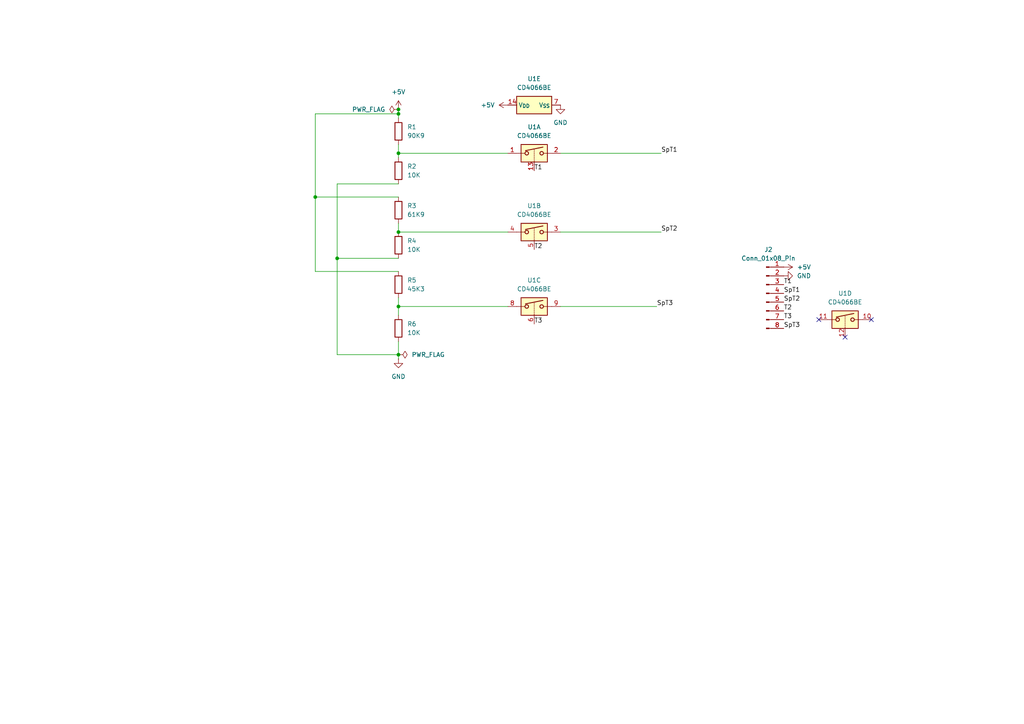
<source format=kicad_sch>
(kicad_sch (version 20250114) (generator "eeschema") (generator_version "9.0")
  (paper "A4")
  (lib_symbols
    (symbol "Analog_Switch:CD4066BE"
      (property "Reference" "U" (at -5.08 3.81 0))
      (property "Value" "CD4066BE" (at 7.62 3.81 0))
      (symbol "CD4066BE_1_1"
        (polyline (pts (xy -5.08 0) (xy -2.794 0)))
        (rectangle (start -3.81 2.54) (end 3.81 -2.54) (stroke (width 0.254)) (fill (type background)))
        (polyline (pts (xy -2.54 0.762) (xy 2.54 1.778)) (stroke (width 0.254)))
        (circle (center -2.159 0) (radius 0.508) (stroke (width 0.254)))
        (polyline (pts (xy 0 0.762) (xy 0 1.016)))
        (polyline (pts (xy 0 0.254) (xy 0 0.508)))
        (polyline (pts (xy 0 -0.254) (xy 0 0)))
        (polyline (pts (xy 0 -0.762) (xy 0 -0.508)))
        (polyline (pts (xy 0 -1.27) (xy 0 -1.016)))
        (polyline (pts (xy 0 -1.778) (xy 0 -1.524)))
        (polyline (pts (xy 0 -2.54) (xy 0 -2.032)))
        (circle (center 2.159 0) (radius 0.508) (stroke (width 0.254)))
        (polyline (pts (xy 5.08 0) (xy 2.794 0)))
        (pin bidirectional line (at -7.62 0 0) (length 2.54) (name "~") (number "1"))
        (pin input line (at 0 -5.08 90) (length 2.54) (name "~") (number "13"))
        (pin bidirectional line (at 7.62 0 180) (length 2.54) (name "~") (number "2"))
      )
      (symbol "CD4066BE_2_1"
        (polyline (pts (xy -5.08 0) (xy -2.794 0)))
        (rectangle (start -3.81 2.54) (end 3.81 -2.54) (stroke (width 0.254)) (fill (type background)))
        (polyline (pts (xy -2.54 0.762) (xy 2.54 1.778)) (stroke (width 0.254)))
        (circle (center -2.159 0) (radius 0.508) (stroke (width 0.254)))
        (polyline (pts (xy 0 0.762) (xy 0 1.016)))
        (polyline (pts (xy 0 0.254) (xy 0 0.508)))
        (polyline (pts (xy 0 -0.254) (xy 0 0)))
        (polyline (pts (xy 0 -0.762) (xy 0 -0.508)))
        (polyline (pts (xy 0 -1.27) (xy 0 -1.016)))
        (polyline (pts (xy 0 -1.778) (xy 0 -1.524)))
        (polyline (pts (xy 0 -2.54) (xy 0 -2.032)))
        (circle (center 2.159 0) (radius 0.508) (stroke (width 0.254)))
        (polyline (pts (xy 5.08 0) (xy 2.794 0)))
        (pin bidirectional line (at -7.62 0 0) (length 2.54) (name "~") (number "4"))
        (pin input line (at 0 -5.08 90) (length 2.54) (name "~") (number "5"))
        (pin bidirectional line (at 7.62 0 180) (length 2.54) (name "~") (number "3"))
      )
      (symbol "CD4066BE_3_1"
        (polyline (pts (xy -5.08 0) (xy -2.794 0)))
        (rectangle (start -3.81 2.54) (end 3.81 -2.54) (stroke (width 0.254)) (fill (type background)))
        (polyline (pts (xy -2.54 0.762) (xy 2.54 1.778)) (stroke (width 0.254)))
        (circle (center -2.159 0) (radius 0.508) (stroke (width 0.254)))
        (polyline (pts (xy 0 0.762) (xy 0 1.016)))
        (polyline (pts (xy 0 0.254) (xy 0 0.508)))
        (polyline (pts (xy 0 -0.254) (xy 0 0)))
        (polyline (pts (xy 0 -0.762) (xy 0 -0.508)))
        (polyline (pts (xy 0 -1.27) (xy 0 -1.016)))
        (polyline (pts (xy 0 -1.778) (xy 0 -1.524)))
        (polyline (pts (xy 0 -2.54) (xy 0 -2.032)))
        (circle (center 2.159 0) (radius 0.508) (stroke (width 0.254)))
        (polyline (pts (xy 5.08 0) (xy 2.794 0)))
        (pin bidirectional line (at -7.62 0 0) (length 2.54) (name "~") (number "8"))
        (pin input line (at 0 -5.08 90) (length 2.54) (name "~") (number "6"))
        (pin bidirectional line (at 7.62 0 180) (length 2.54) (name "~") (number "9"))
      )
      (symbol "CD4066BE_4_1"
        (polyline (pts (xy -5.08 0) (xy -2.794 0)))
        (rectangle (start -3.81 2.54) (end 3.81 -2.54) (stroke (width 0.254)) (fill (type background)))
        (polyline (pts (xy -2.54 0.762) (xy 2.54 1.778)) (stroke (width 0.254)))
        (circle (center -2.159 0) (radius 0.508) (stroke (width 0.254)))
        (polyline (pts (xy 0 0.762) (xy 0 1.016)))
        (polyline (pts (xy 0 0.254) (xy 0 0.508)))
        (polyline (pts (xy 0 -0.254) (xy 0 0)))
        (polyline (pts (xy 0 -0.762) (xy 0 -0.508)))
        (polyline (pts (xy 0 -1.27) (xy 0 -1.016)))
        (polyline (pts (xy 0 -1.778) (xy 0 -1.524)))
        (polyline (pts (xy 0 -2.54) (xy 0 -2.032)))
        (circle (center 2.159 0) (radius 0.508) (stroke (width 0.254)))
        (polyline (pts (xy 5.08 0) (xy 2.794 0)))
        (pin bidirectional line (at -7.62 0 0) (length 2.54) (name "~") (number "11"))
        (pin input line (at 0 -5.08 90) (length 2.54) (name "~") (number "12"))
        (pin bidirectional line (at 7.62 0 180) (length 2.54) (name "~") (number "10"))
      )
      (symbol "CD4066BE_5_1"
        (rectangle (start -2.54 5.08) (end 2.54 -5.08) (stroke (width 0.254)) (fill (type background)))
        (pin power_in line (at 0 7.62 270) (length 2.54) (name "V_{DD}") (number "14"))
        (pin power_in line (at 0 -7.62 90) (length 2.54) (name "V_{SS}") (number "7"))
      )
    )
    (symbol "Connector:Conn_01x08_Pin" (pin_names (offset 1.016) (hide yes))
      (property "Reference" "J" (at 0 10.16 0))
      (property "Value" "Conn_01x08_Pin" (at 0 -12.7 0))
      (symbol "Conn_01x08_Pin_1_1"
        (rectangle (start 0.8636 7.747) (end 0 7.493) (stroke (width 0.1524)) (fill (type outline)))
        (rectangle (start 0.8636 5.207) (end 0 4.953) (stroke (width 0.1524)) (fill (type outline)))
        (rectangle (start 0.8636 2.667) (end 0 2.413) (stroke (width 0.1524)) (fill (type outline)))
        (rectangle (start 0.8636 0.127) (end 0 -0.127) (stroke (width 0.1524)) (fill (type outline)))
        (rectangle (start 0.8636 -2.413) (end 0 -2.667) (stroke (width 0.1524)) (fill (type outline)))
        (rectangle (start 0.8636 -4.953) (end 0 -5.207) (stroke (width 0.1524)) (fill (type outline)))
        (rectangle (start 0.8636 -7.493) (end 0 -7.747) (stroke (width 0.1524)) (fill (type outline)))
        (rectangle (start 0.8636 -10.033) (end 0 -10.287) (stroke (width 0.1524)) (fill (type outline)))
        (polyline (pts (xy 1.27 7.62) (xy 0.8636 7.62)) (stroke (width 0.1524)))
        (polyline (pts (xy 1.27 5.08) (xy 0.8636 5.08)) (stroke (width 0.1524)))
        (polyline (pts (xy 1.27 2.54) (xy 0.8636 2.54)) (stroke (width 0.1524)))
        (polyline (pts (xy 1.27 0) (xy 0.8636 0)) (stroke (width 0.1524)))
        (polyline (pts (xy 1.27 -2.54) (xy 0.8636 -2.54)) (stroke (width 0.1524)))
        (polyline (pts (xy 1.27 -5.08) (xy 0.8636 -5.08)) (stroke (width 0.1524)))
        (polyline (pts (xy 1.27 -7.62) (xy 0.8636 -7.62)) (stroke (width 0.1524)))
        (polyline (pts (xy 1.27 -10.16) (xy 0.8636 -10.16)) (stroke (width 0.1524)))
        (pin passive line (at 5.08 7.62 180) (length 3.81) (name "Pin_1") (number "1"))
        (pin passive line (at 5.08 5.08 180) (length 3.81) (name "Pin_2") (number "2"))
        (pin passive line (at 5.08 2.54 180) (length 3.81) (name "Pin_3") (number "3"))
        (pin passive line (at 5.08 0 180) (length 3.81) (name "Pin_4") (number "4"))
        (pin passive line (at 5.08 -2.54 180) (length 3.81) (name "Pin_5") (number "5"))
        (pin passive line (at 5.08 -5.08 180) (length 3.81) (name "Pin_6") (number "6"))
        (pin passive line (at 5.08 -7.62 180) (length 3.81) (name "Pin_7") (number "7"))
        (pin passive line (at 5.08 -10.16 180) (length 3.81) (name "Pin_8") (number "8"))
      )
    )
    (symbol "Device:R" (pin_numbers (hide yes)) (pin_names (offset 0))
      (property "Reference" "R" (at 2.032 0 90))
      (property "Value" "R" (at 0 0 90))
      (symbol "R_0_1"
        (rectangle (start -1.016 -2.54) (end 1.016 2.54) (stroke (width 0.254)))
      )
      (symbol "R_1_1"
        (pin passive line (at 0 3.81 270) (length 1.27) (name "~") (number "1"))
        (pin passive line (at 0 -3.81 90) (length 1.27) (name "~") (number "2"))
      )
    )
    (symbol "power:+5V" (power) (pin_numbers (hide yes)) (pin_names (offset 0) (hide yes))
      (property "Value" "+5V" (at 0 3.556 0))
      (symbol "+5V_0_1"
        (polyline (pts (xy -0.762 1.27) (xy 0 2.54)))
        (polyline (pts (xy 0 2.54) (xy 0.762 1.27)))
        (polyline (pts (xy 0 0) (xy 0 2.54)))
      )
      (symbol "+5V_1_1"
        (pin power_in line (at 0 0 90) (length 0) (name "~") (number "1"))
      )
    )
    (symbol "power:GND" (power) (pin_numbers (hide yes)) (pin_names (offset 0) (hide yes))
      (property "Value" "GND" (at 0 -3.81 0))
      (symbol "GND_0_1"
        (polyline (pts (xy 0 0) (xy 0 -1.27) (xy 1.27 -1.27) (xy 0 -2.54) (xy -1.27 -1.27) (xy 0 -1.27)))
      )
      (symbol "GND_1_1"
        (pin power_in line (at 0 0 270) (length 0) (name "~") (number "1"))
      )
    )
    (symbol "power:PWR_FLAG" (power) (pin_numbers (hide yes)) (pin_names (offset 0) (hide yes))
      (property "Value" "PWR_FLAG" (at 0 3.81 0))
      (symbol "PWR_FLAG_0_0"
        (pin power_out line (at 0 0 90) (length 0) (name "~") (number "1"))
      )
      (symbol "PWR_FLAG_0_1"
        (polyline (pts (xy 0 0) (xy 0 1.27) (xy -1.016 1.905) (xy 0 2.54) (xy 1.016 1.905) (xy 0 1.27)))
      )
    )
  )
  (junction (at 115.57 31.75))
  (junction (at 115.57 88.9))
  (junction (at 115.57 44.45))
  (junction (at 91.44 57.15))
  (junction (at 97.79 74.93))
  (junction (at 115.57 33.02))
  (junction (at 115.57 102.87))
  (junction (at 115.57 67.31))
  (no_connect (at 252.73 92.71))
  (no_connect (at 237.49 92.71))
  (no_connect (at 245.11 97.79))
  (wire (pts (xy 115.57 53.34) (xy 97.79 53.34)))
  (wire (pts (xy 162.56 88.9) (xy 190.5 88.9)))
  (wire (pts (xy 97.79 102.87) (xy 115.57 102.87)))
  (wire (pts (xy 91.44 33.02) (xy 91.44 57.15)))
  (wire (pts (xy 91.44 57.15) (xy 91.44 78.74)))
  (wire (pts (xy 115.57 33.02) (xy 115.57 34.29)))
  (wire (pts (xy 162.56 44.45) (xy 191.77 44.45)))
  (wire (pts (xy 115.57 44.45) (xy 115.57 45.72)))
  (wire (pts (xy 115.57 44.45) (xy 147.32 44.45)))
  (wire (pts (xy 115.57 88.9) (xy 147.32 88.9)))
  (wire (pts (xy 115.57 41.91) (xy 115.57 44.45)))
  (wire (pts (xy 115.57 67.31) (xy 147.32 67.31)))
  (wire (pts (xy 191.77 67.31) (xy 162.56 67.31)))
  (wire (pts (xy 97.79 53.34) (xy 97.79 74.93)))
  (wire (pts (xy 115.57 31.75) (xy 115.57 33.02)))
  (wire (pts (xy 97.79 74.93) (xy 97.79 102.87)))
  (wire (pts (xy 91.44 57.15) (xy 115.57 57.15)))
  (wire (pts (xy 115.57 86.36) (xy 115.57 88.9)))
  (wire (pts (xy 115.57 102.87) (xy 115.57 99.06)))
  (wire (pts (xy 115.57 88.9) (xy 115.57 91.44)))
  (wire (pts (xy 115.57 33.02) (xy 91.44 33.02)))
  (wire (pts (xy 91.44 78.74) (xy 115.57 78.74)))
  (wire (pts (xy 115.57 104.14) (xy 115.57 102.87)))
  (wire (pts (xy 97.79 74.93) (xy 115.57 74.93)))
  (wire (pts (xy 115.57 64.77) (xy 115.57 67.31)))
  (label "T1" (at 154.94 49.53 0))
  (label "SpT2" (at 227.33 87.63 0))
  (label "SpT3" (at 227.33 95.25 0))
  (label "SpT3" (at 190.5 88.9 0))
  (label "T2" (at 154.94 72.39 0))
  (label "SpT1" (at 227.33 85.09 0))
  (label "T1" (at 227.33 82.55 0))
  (label "T3" (at 154.94 93.98 0))
  (label "T3" (at 227.33 92.71 0))
  (label "SpT2" (at 191.77 67.31 0))
  (label "T2" (at 227.33 90.17 0))
  (label "SpT1" (at 191.77 44.45 0))
  (symbol (lib_id "Connector:Conn_01x08_Pin") (at 222.25 85.09 0) (unit 1)
    (property "Reference" "J2" (at 222.885 72.39 0))
    (property "Value" "Conn_01x08_Pin" (at 222.885 74.93 0))
    (property "Footprint" "Connector_PinSocket_2.54mm:PinSocket_1x08_P2.54mm_Vertical" (effects (hide yes)))
    (property "Description" "Generic connector, single row, 01x08, script generated" (effects (hide yes)))
  )
  (symbol (lib_id "Device:R") (at 115.57 49.53 0) (unit 1)
    (property "Reference" "R2" (at 118.11 48.2599 0) (effects (justify left)))
    (property "Value" "10K" (at 118.11 50.7999 0) (effects (justify left)))
    (property "Footprint" "Resistor_THT:R_Axial_DIN0204_L3.6mm_D1.6mm_P7.62mm_Horizontal" (effects (hide yes)))
    (property "Description" "Resistor" (effects (hide yes)))
  )
  (symbol (lib_id "Analog_Switch:CD4066BE") (at 154.94 30.48 90) (unit 5)
    (property "Reference" "U1" (at 154.94 22.86 90))
    (property "Value" "CD4066BE" (at 154.94 25.4 90))
    (property "Footprint" "Package_DIP:DIP-14_W7.62mm_LongPads" (effects (hide yes)))
    (property "Datasheet" "https://www.ti.com/lit/ds/symlink/cd4066b.pdf" (effects (hide yes)))
    (property "Description" "Quad 20V analog SPST 1:1 switch, DIP-14" (effects (hide yes)))
  )
  (symbol (lib_id "Device:R") (at 115.57 95.25 0) (unit 1)
    (property "Reference" "R6" (at 118.11 93.9799 0) (effects (justify left)))
    (property "Value" "10K" (at 118.11 96.5199 0) (effects (justify left)))
    (property "Footprint" "Resistor_THT:R_Axial_DIN0204_L3.6mm_D1.6mm_P7.62mm_Horizontal" (effects (hide yes)))
    (property "Description" "Resistor" (effects (hide yes)))
  )
  (symbol (lib_id "power:PWR_FLAG") (at 115.57 102.87 270) (unit 1)
    (property "Reference" "#FLG05" (effects (hide yes)))
    (property "Value" "PWR_FLAG" (at 119.38 102.8699 90) (effects (justify left)))
    (property "Description" "Special symbol for telling ERC where power comes from" (effects (hide yes)))
  )
  (symbol (lib_id "power:+5V") (at 227.33 77.47 270) (unit 1)
    (property "Reference" "#PWR07" (effects (hide yes)))
    (property "Value" "+5V" (at 231.14 77.4699 90) (effects (justify left)))
    (property "Description" "Power symbol creates a global label with name \"+5V\"" (effects (hide yes)))
  )
  (symbol (lib_id "Device:R") (at 115.57 71.12 0) (unit 1)
    (property "Reference" "R4" (at 118.11 69.8499 0) (effects (justify left)))
    (property "Value" "10K" (at 118.11 72.3899 0) (effects (justify left)))
    (property "Footprint" "Resistor_THT:R_Axial_DIN0204_L3.6mm_D1.6mm_P7.62mm_Horizontal" (effects (hide yes)))
    (property "Description" "Resistor" (effects (hide yes)))
  )
  (symbol (lib_id "power:GND") (at 227.33 80.01 90) (unit 1)
    (property "Reference" "#PWR08" (effects (hide yes)))
    (property "Value" "GND" (at 231.14 80.0099 90) (effects (justify right)))
    (property "Description" "Power symbol creates a global label with name \"GND\" , ground" (effects (hide yes)))
  )
  (symbol (lib_id "Analog_Switch:CD4066BE") (at 154.94 44.45 0) (unit 1)
    (property "Reference" "U1" (at 154.94 36.83 0))
    (property "Value" "CD4066BE" (at 154.94 39.37 0))
    (property "Footprint" "Package_DIP:DIP-14_W7.62mm_LongPads" (effects (hide yes)))
    (property "Datasheet" "https://www.ti.com/lit/ds/symlink/cd4066b.pdf" (effects (hide yes)))
    (property "Description" "Quad 20V analog SPST 1:1 switch, DIP-14" (effects (hide yes)))
  )
  (symbol (lib_id "power:PWR_FLAG") (at 115.57 31.75 90) (unit 1)
    (property "Reference" "#FLG01" (effects (hide yes)))
    (property "Value" "PWR_FLAG" (at 111.76 31.7499 90) (effects (justify left)))
    (property "Description" "Special symbol for telling ERC where power comes from" (effects (hide yes)))
  )
  (symbol (lib_id "power:GND") (at 115.57 104.14 0) (unit 1)
    (property "Reference" "#PWR02" (effects (hide yes)))
    (property "Value" "GND" (at 115.57 109.22 0))
    (property "Description" "Power symbol creates a global label with name \"GND\" , ground" (effects (hide yes)))
  )
  (symbol (lib_id "Device:R") (at 115.57 38.1 0) (unit 1)
    (property "Reference" "R1" (at 118.11 36.8299 0) (effects (justify left)))
    (property "Value" "90K9" (at 118.11 39.3699 0) (effects (justify left)))
    (property "Footprint" "Resistor_THT:R_Axial_DIN0204_L3.6mm_D1.6mm_P7.62mm_Horizontal" (effects (hide yes)))
    (property "Description" "Resistor" (effects (hide yes)))
  )
  (symbol (lib_id "Device:R") (at 115.57 60.96 0) (unit 1)
    (property "Reference" "R3" (at 118.11 59.6899 0) (effects (justify left)))
    (property "Value" "61K9" (at 118.11 62.2299 0) (effects (justify left)))
    (property "Footprint" "Resistor_THT:R_Axial_DIN0204_L3.6mm_D1.6mm_P7.62mm_Horizontal" (effects (hide yes)))
    (property "Description" "Resistor" (effects (hide yes)))
  )
  (symbol (lib_id "power:+5V") (at 147.32 30.48 90) (unit 1)
    (property "Reference" "#PWR04" (effects (hide yes)))
    (property "Value" "+5V" (at 143.51 30.4799 90) (effects (justify left)))
    (property "Description" "Power symbol creates a global label with name \"+5V\"" (effects (hide yes)))
  )
  (symbol (lib_id "Analog_Switch:CD4066BE") (at 154.94 88.9 0) (unit 3)
    (property "Reference" "U1" (at 154.94 81.28 0))
    (property "Value" "CD4066BE" (at 154.94 83.82 0))
    (property "Footprint" "Package_DIP:DIP-14_W7.62mm_LongPads" (effects (hide yes)))
    (property "Datasheet" "https://www.ti.com/lit/ds/symlink/cd4066b.pdf" (effects (hide yes)))
    (property "Description" "Quad 20V analog SPST 1:1 switch, DIP-14" (effects (hide yes)))
  )
  (symbol (lib_id "Device:R") (at 115.57 82.55 0) (unit 1)
    (property "Reference" "R5" (at 118.11 81.2799 0) (effects (justify left)))
    (property "Value" "45K3" (at 118.11 83.8199 0) (effects (justify left)))
    (property "Footprint" "Resistor_THT:R_Axial_DIN0204_L3.6mm_D1.6mm_P7.62mm_Horizontal" (effects (hide yes)))
    (property "Description" "Resistor" (effects (hide yes)))
  )
  (symbol (lib_id "power:GND") (at 162.56 30.48 0) (unit 1)
    (property "Reference" "#PWR03" (effects (hide yes)))
    (property "Value" "GND" (at 162.56 35.56 0))
    (property "Description" "Power symbol creates a global label with name \"GND\" , ground" (effects (hide yes)))
  )
  (symbol (lib_id "Analog_Switch:CD4066BE") (at 154.94 67.31 0) (unit 2)
    (property "Reference" "U1" (at 154.94 59.69 0))
    (property "Value" "CD4066BE" (at 154.94 62.23 0))
    (property "Footprint" "Package_DIP:DIP-14_W7.62mm_LongPads" (effects (hide yes)))
    (property "Datasheet" "https://www.ti.com/lit/ds/symlink/cd4066b.pdf" (effects (hide yes)))
    (property "Description" "Quad 20V analog SPST 1:1 switch, DIP-14" (effects (hide yes)))
  )
  (symbol (lib_id "power:+5V") (at 115.57 31.75 0) (unit 1)
    (property "Reference" "#PWR01" (effects (hide yes)))
    (property "Value" "+5V" (at 115.57 26.67 0))
    (property "Description" "Power symbol creates a global label with name \"+5V\"" (effects (hide yes)))
  )
  (symbol (lib_id "Analog_Switch:CD4066BE") (at 245.11 92.71 0) (unit 4)
    (property "Reference" "U1" (at 245.11 85.09 0))
    (property "Value" "CD4066BE" (at 245.11 87.63 0))
    (property "Footprint" "Package_DIP:DIP-14_W7.62mm_LongPads" (effects (hide yes)))
    (property "Datasheet" "https://www.ti.com/lit/ds/symlink/cd4066b.pdf" (effects (hide yes)))
    (property "Description" "Quad 20V analog SPST 1:1 switch, DIP-14" (effects (hide yes)))
  )
)
</source>
